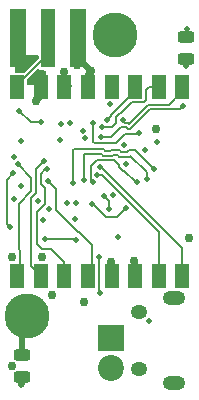
<source format=gbr>
%TF.GenerationSoftware,KiCad,Pcbnew,8.0.0*%
%TF.CreationDate,2025-01-24T21:55:31-08:00*%
%TF.ProjectId,Hope,486f7065-2e6b-4696-9361-645f70636258,rev?*%
%TF.SameCoordinates,Original*%
%TF.FileFunction,Copper,L4,Bot*%
%TF.FilePolarity,Positive*%
%FSLAX46Y46*%
G04 Gerber Fmt 4.6, Leading zero omitted, Abs format (unit mm)*
G04 Created by KiCad (PCBNEW 8.0.0) date 2025-01-24 21:55:31*
%MOMM*%
%LPD*%
G01*
G04 APERTURE LIST*
G04 Aperture macros list*
%AMRoundRect*
0 Rectangle with rounded corners*
0 $1 Rounding radius*
0 $2 $3 $4 $5 $6 $7 $8 $9 X,Y pos of 4 corners*
0 Add a 4 corners polygon primitive as box body*
4,1,4,$2,$3,$4,$5,$6,$7,$8,$9,$2,$3,0*
0 Add four circle primitives for the rounded corners*
1,1,$1+$1,$2,$3*
1,1,$1+$1,$4,$5*
1,1,$1+$1,$6,$7*
1,1,$1+$1,$8,$9*
0 Add four rect primitives between the rounded corners*
20,1,$1+$1,$2,$3,$4,$5,0*
20,1,$1+$1,$4,$5,$6,$7,0*
20,1,$1+$1,$6,$7,$8,$9,0*
20,1,$1+$1,$8,$9,$2,$3,0*%
G04 Aperture macros list end*
%TA.AperFunction,ComponentPad*%
%ADD10C,3.800000*%
%TD*%
%TA.AperFunction,ComponentPad*%
%ADD11O,1.400000X1.200000*%
%TD*%
%TA.AperFunction,ComponentPad*%
%ADD12O,1.900000X1.200000*%
%TD*%
%TA.AperFunction,ComponentPad*%
%ADD13R,2.200000X2.200000*%
%TD*%
%TA.AperFunction,ComponentPad*%
%ADD14C,2.200000*%
%TD*%
%TA.AperFunction,SMDPad,CuDef*%
%ADD15R,1.200000X2.000000*%
%TD*%
%TA.AperFunction,SMDPad,CuDef*%
%ADD16RoundRect,0.243750X-0.456250X0.243750X-0.456250X-0.243750X0.456250X-0.243750X0.456250X0.243750X0*%
%TD*%
%TA.AperFunction,SMDPad,CuDef*%
%ADD17R,1.200000X5.000000*%
%TD*%
%TA.AperFunction,SMDPad,CuDef*%
%ADD18R,1.400000X5.000000*%
%TD*%
%TA.AperFunction,ViaPad*%
%ADD19C,0.500000*%
%TD*%
%TA.AperFunction,ViaPad*%
%ADD20C,0.750000*%
%TD*%
%TA.AperFunction,Conductor*%
%ADD21C,0.500000*%
%TD*%
%TA.AperFunction,Conductor*%
%ADD22C,0.200000*%
%TD*%
%TA.AperFunction,Conductor*%
%ADD23C,0.150000*%
%TD*%
G04 APERTURE END LIST*
D10*
%TO.P,H4,1,1*%
%TO.N,GND*%
X2336800Y6908800D03*
%TD*%
D11*
%TO.P,J1,6,Shield*%
%TO.N,unconnected-(J1-Shield-Pad6)*%
X11824700Y7246000D03*
%TO.P,J1,7*%
%TO.N,N/C*%
X11824700Y2406000D03*
D12*
%TO.P,J1,8*%
X14724700Y1226000D03*
%TO.P,J1,9*%
X14724700Y8426000D03*
%TD*%
D10*
%TO.P,H3,1,1*%
%TO.N,GND*%
X9753600Y30759400D03*
%TD*%
D13*
%TO.P,J4,1,Pin_1*%
%TO.N,/Power/BATT POSTSW*%
X9448800Y5080000D03*
D14*
%TO.P,J4,2,Pin_2*%
%TO.N,GND*%
X9448800Y2540000D03*
%TD*%
D15*
%TO.P,R6,1,DIO2*%
%TO.N,/MCU/DIO2*%
X15483600Y10338800D03*
%TO.P,R6,2,DIO3*%
%TO.N,/MCU/DIO3*%
X13483600Y10338800D03*
%TO.P,R6,3,VCC*%
%TO.N,+3V3*%
X11483600Y10338800D03*
%TO.P,R6,4,GND*%
%TO.N,GND*%
X9483600Y10338800D03*
%TO.P,R6,5,MISO*%
%TO.N,/MCU/MISO*%
X7483600Y10338800D03*
%TO.P,R6,6,MOSI*%
%TO.N,/MCU/MOSI*%
X5483600Y10338800D03*
%TO.P,R6,7,SCK*%
%TO.N,/MCU/SCK*%
X3483600Y10338800D03*
%TO.P,R6,8,NSS*%
%TO.N,/MCU/NSS*%
X1483600Y10338800D03*
%TO.P,R6,9,ANT*%
%TO.N,Net-(AE1-A)*%
X1483600Y26338800D03*
%TO.P,R6,10,GND*%
%TO.N,GND*%
X3483600Y26338800D03*
%TO.P,R6,11,GND*%
X5483600Y26338800D03*
%TO.P,R6,12,GND*%
X7483600Y26338800D03*
%TO.P,R6,13,RST*%
%TO.N,/Radio Module/RST*%
X9483600Y26338800D03*
%TO.P,R6,14,TXCOEN*%
%TO.N,/MCU/TXCOEN*%
X11483600Y26338800D03*
%TO.P,R6,15,BUSY*%
%TO.N,/MCU/BUSY*%
X13483600Y26338800D03*
%TO.P,R6,16,DIO1*%
%TO.N,/MCU/DIO1*%
X15483600Y26338800D03*
%TD*%
D16*
%TO.P,D2,1,K*%
%TO.N,GND*%
X1930400Y3657600D03*
%TO.P,D2,2,A*%
%TO.N,Net-(D2-A)*%
X1930400Y1782600D03*
%TD*%
%TO.P,D1,1,K*%
%TO.N,Net-(D1-K)*%
X15798800Y30553900D03*
%TO.P,D1,2,A*%
%TO.N,+3V3*%
X15798800Y28678900D03*
%TD*%
D17*
%TO.P,AE1,1,A*%
%TO.N,Net-(AE1-A)*%
X4114800Y30429200D03*
D18*
%TO.P,AE1,2,Shield*%
%TO.N,GND*%
X6664800Y30429200D03*
X1564800Y30429200D03*
%TD*%
D19*
%TO.N,GND*%
X7067600Y22555200D03*
X1219200Y20421600D03*
X12629688Y6467866D03*
X13287311Y21637067D03*
D20*
X3085000Y25159179D03*
X7147600Y8128000D03*
X9398000Y11480800D03*
X5435600Y27584400D03*
D19*
X5152619Y21864622D03*
D20*
X3631798Y11913802D03*
X7721600Y27686000D03*
D19*
X6350000Y15115600D03*
X5842000Y26388000D03*
D20*
X6553200Y28194000D03*
D19*
X10670063Y19819140D03*
D20*
X1727200Y28092400D03*
D19*
X10007600Y13616400D03*
X3708400Y15087600D03*
D20*
X16002000Y13512800D03*
D19*
X1205813Y16837144D03*
D20*
X1016000Y11913802D03*
D19*
X7206084Y21975989D03*
%TO.N,+1V1*%
X6493282Y16455476D03*
X5232400Y23215600D03*
X4224963Y15998331D03*
%TO.N,+3V3*%
X15798800Y28092400D03*
D20*
X4419600Y8686800D03*
D19*
X5749166Y16491803D03*
D20*
X1039217Y2719761D03*
X13284200Y22733000D03*
D19*
X9321800Y24888798D03*
X10552781Y21419140D03*
X1778000Y17965200D03*
X12298765Y20960165D03*
D20*
X11351686Y11608280D03*
D19*
X5951135Y23309665D03*
X9603324Y17183347D03*
X1828800Y21765200D03*
X3230642Y16630358D03*
%TO.N,+BATT*%
X8534400Y8839200D03*
X8432800Y11938000D03*
%TO.N,Net-(D1-K)*%
X15849600Y31242000D03*
%TO.N,Net-(D2-A)*%
X1828800Y1117600D03*
%TO.N,/MCU/QSPI_SS*%
X8859914Y17084121D03*
X9296400Y15951200D03*
%TO.N,/MCU/RUN*%
X1676400Y24292000D03*
X3517600Y23315340D03*
%TO.N,/MCU/LEDINDICATION*%
X8626400Y22098000D03*
X15494000Y24688800D03*
%TO.N,/MCU/DIO2*%
X8477739Y19570375D03*
%TO.N,/MCU/BUSY*%
X8686800Y22961600D03*
%TO.N,/MCU/DIO3*%
X8280400Y18897600D03*
%TO.N,/MCU/SCK*%
X3746144Y20014104D03*
%TO.N,/MCU/NSS*%
X1574800Y19761200D03*
%TO.N,/MCU/MISO*%
X4134468Y18358474D03*
%TO.N,/MCU/TXCOEN*%
X9117093Y23515200D03*
%TO.N,/MCU/MOSI*%
X4001164Y19340308D03*
%TO.N,/MCU/DIO1*%
X10423932Y23504400D03*
%TO.N,/MCU/QSPI_SD2*%
X10665580Y16050380D03*
X7810482Y16405197D03*
%TO.N,/MCU/QSPI_SCLK*%
X12446000Y18504920D03*
X7167850Y18418088D03*
%TO.N,/MCU/QSPI_SD3*%
X13055600Y19354800D03*
X6251826Y18215200D03*
%TO.N,/MCU/QSPI_SDO*%
X7924800Y18237200D03*
X11633200Y18237196D03*
%TO.N,/MCU/BATT SENSE *%
X6495470Y13365046D03*
X1168400Y18999200D03*
X3810000Y13411200D03*
X863600Y14478000D03*
%TO.N,/MCU/GPS_RX*%
X11836400Y22453600D03*
X7924800Y23266400D03*
%TD*%
D21*
%TO.N,GND*%
X1615600Y28204000D02*
X1727200Y28092400D01*
X6715600Y30703300D02*
X6715600Y28356400D01*
X1615600Y30703300D02*
X1615600Y28204000D01*
X6715600Y28692000D02*
X7721600Y27686000D01*
X9483600Y10338800D02*
X9483600Y11395200D01*
X5483600Y26338800D02*
X5483600Y27536400D01*
X7483600Y26338800D02*
X7483600Y27448000D01*
X9483600Y11395200D02*
X9398000Y11480800D01*
X3483600Y25557779D02*
X3085000Y25159179D01*
X3483600Y26338800D02*
X3483600Y25557779D01*
X1930400Y3657600D02*
X1930400Y6502400D01*
X6715600Y28356400D02*
X6553200Y28194000D01*
X5483600Y27536400D02*
X5435600Y27584400D01*
X1930400Y6502400D02*
X2336800Y6908800D01*
X7483600Y27448000D02*
X7721600Y27686000D01*
X9483600Y9654200D02*
X9483600Y10338800D01*
X6715600Y30703300D02*
X6715600Y28692000D01*
D22*
%TO.N,Net-(AE1-A)*%
X4165600Y29210000D02*
X4165600Y30703300D01*
X1483600Y26338800D02*
X1483600Y26528000D01*
D23*
X1483600Y26528000D02*
X4165600Y29210000D01*
D21*
%TO.N,+3V3*%
X11483600Y10338800D02*
X11483600Y11476366D01*
X11483600Y11476366D02*
X11351686Y11608280D01*
D22*
X15798800Y28678900D02*
X15798800Y28092400D01*
%TO.N,+BATT*%
X8432800Y8940800D02*
X8534400Y8839200D01*
X8432800Y11938000D02*
X8432800Y8940800D01*
%TO.N,Net-(D1-K)*%
X15798800Y31191200D02*
X15849600Y31242000D01*
X15798800Y30553900D02*
X15798800Y31191200D01*
D21*
%TO.N,Net-(D2-A)*%
X1930400Y1782600D02*
X1930400Y1219200D01*
X1930400Y1219200D02*
X1828800Y1117600D01*
D22*
%TO.N,/MCU/QSPI_SS*%
X9296400Y16647635D02*
X8859914Y17084121D01*
X9296400Y15951200D02*
X9296400Y16647635D01*
%TO.N,/MCU/RUN*%
X2653060Y23315340D02*
X1676400Y24292000D01*
X3517600Y23315340D02*
X2653060Y23315340D01*
%TO.N,/MCU/LEDINDICATION*%
X10732086Y22904400D02*
X10248314Y22904400D01*
X11061114Y22726600D02*
X10909886Y22726600D01*
X9441914Y22098000D02*
X8626400Y22098000D01*
X12769314Y24434800D02*
X11061114Y22726600D01*
X10909886Y22726600D02*
X10732086Y22904400D01*
X15240000Y24434800D02*
X12769314Y24434800D01*
X15494000Y24688800D02*
X15240000Y24434800D01*
X10248314Y22904400D02*
X9441914Y22098000D01*
%TO.N,/MCU/DIO2*%
X8477739Y19570375D02*
X8559800Y19570375D01*
X15483600Y12646575D02*
X15483600Y10338800D01*
X8559800Y19570375D02*
X15483600Y12646575D01*
%TO.N,/MCU/BUSY*%
X11188887Y25038800D02*
X12241943Y25038800D01*
X12241943Y25038800D02*
X12383600Y25180457D01*
X9529661Y22961600D02*
X9823932Y23255871D01*
X12383600Y25180457D02*
X12383600Y26038800D01*
X12683600Y26338800D02*
X13483600Y26338800D01*
X9823932Y23752929D02*
X10175403Y24104400D01*
X12383600Y26038800D02*
X12683600Y26338800D01*
X10254487Y24104400D02*
X11188887Y25038800D01*
X10175403Y24104400D02*
X10254487Y24104400D01*
X9823932Y23255871D02*
X9823932Y23752929D01*
X8686800Y22961600D02*
X9529661Y22961600D01*
%TO.N,/MCU/DIO3*%
X13483600Y14080889D02*
X8666889Y18897600D01*
X13483600Y10338800D02*
X13483600Y14080889D01*
X8666889Y18897600D02*
X8280400Y18897600D01*
%TO.N,/MCU/SCK*%
X2680642Y16897757D02*
X3092400Y17309515D01*
X3092400Y17309515D02*
X3092400Y19360360D01*
X3092400Y19360360D02*
X3746144Y20014104D01*
X2680642Y11141758D02*
X2680642Y16897757D01*
X3483600Y10338800D02*
X2680642Y11141758D01*
%TO.N,/MCU/NSS*%
X1741000Y12446000D02*
X1741000Y10596200D01*
X1741000Y10596200D02*
X1483600Y10338800D01*
X1574800Y19761200D02*
X2692400Y18643600D01*
X1625600Y16408401D02*
X1625600Y12561400D01*
X2692400Y17475201D02*
X1625600Y16408401D01*
X2692400Y18643600D02*
X2692400Y17475201D01*
X1625600Y12561400D02*
X1741000Y12446000D01*
%TO.N,/MCU/MISO*%
X7786200Y12975929D02*
X6750929Y14011200D01*
X7786200Y10641400D02*
X7786200Y12975929D01*
X7483600Y10338800D02*
X7786200Y10641400D01*
X4811781Y15876001D02*
X4811781Y17681161D01*
X6676582Y14011200D02*
X4811781Y15876001D01*
X4811781Y17681161D02*
X4134468Y18358474D01*
X6750929Y14011200D02*
X6676582Y14011200D01*
%TO.N,/MCU/TXCOEN*%
X11483600Y25978283D02*
X11483600Y26338800D01*
X9117093Y23515200D02*
X9423932Y23822039D01*
X9423932Y23918615D02*
X11483600Y25978283D01*
X9423932Y23822039D02*
X9423932Y23918615D01*
%TO.N,/MCU/MOSI*%
X3492400Y18109030D02*
X3492400Y18951418D01*
X5588000Y10234400D02*
X5483600Y10338800D01*
X3860800Y17740630D02*
X3492400Y18109030D01*
X3860800Y16411986D02*
X3860800Y17740630D01*
X3583598Y12638802D02*
X3158400Y13064000D01*
X5483600Y11538800D02*
X4383598Y12638802D01*
X5483600Y10338800D02*
X5483600Y11538800D01*
X3158400Y15709586D02*
X3860800Y16411986D01*
X3158400Y13064000D02*
X3158400Y15709586D01*
X3881290Y19340308D02*
X4001164Y19340308D01*
X3492400Y18951418D02*
X3881290Y19340308D01*
X4383598Y12638802D02*
X3583598Y12638802D01*
%TO.N,/MCU/DIO1*%
X15483600Y25938800D02*
X14379600Y24834800D01*
X12603628Y24834800D02*
X10985500Y23216672D01*
X15483600Y26338800D02*
X15483600Y25938800D01*
X14379600Y24834800D02*
X12603628Y24834800D01*
X10623932Y23304400D02*
X10423932Y23504400D01*
X10985500Y23216672D02*
X10897771Y23304400D01*
X10897771Y23304400D02*
X10623932Y23304400D01*
%TO.N,/MCU/QSPI_SD2*%
X7928003Y16405197D02*
X9042400Y15290800D01*
X9042400Y15290800D02*
X9906000Y15290800D01*
X7810482Y16405197D02*
X7928003Y16405197D01*
X9906000Y15290800D02*
X10665580Y16050380D01*
%TO.N,/MCU/QSPI_SCLK*%
X7167850Y18418088D02*
X7167850Y20619750D01*
X12446000Y19121455D02*
X12446000Y18504920D01*
X9602371Y20561400D02*
X9996306Y20561400D01*
X10138567Y20419140D02*
X10966996Y20419140D01*
X9996306Y20561400D02*
X10138567Y20419140D01*
X8678078Y20619750D02*
X8787229Y20510600D01*
X11057655Y20509800D02*
X12446000Y19121455D01*
X9551572Y20510600D02*
X9602371Y20561400D01*
X8787229Y20510600D02*
X9551572Y20510600D01*
X7167850Y20619750D02*
X8678078Y20619750D01*
X10966996Y20419140D02*
X11057655Y20509800D01*
%TO.N,/MCU/QSPI_SD3*%
X6272915Y21048863D02*
X8814651Y21048863D01*
X10801310Y20819140D02*
X10943570Y20961400D01*
X10943570Y20961400D02*
X11449000Y20961400D01*
X10304252Y20819140D02*
X10801310Y20819140D01*
X8952914Y20910600D02*
X9385886Y20910600D01*
X8814651Y21048863D02*
X8952914Y20910600D01*
X10161992Y20961400D02*
X10304252Y20819140D01*
X6251826Y18215200D02*
X6251826Y21027774D01*
X9385886Y20910600D02*
X9436686Y20961400D01*
X9436686Y20961400D02*
X10161992Y20961400D01*
X11449000Y20961400D02*
X13055600Y19354800D01*
X6251826Y18215200D02*
X6251826Y18510444D01*
%TO.N,/MCU/QSPI_SDO*%
X7721600Y19662765D02*
X8229210Y20170375D01*
X9335094Y20110597D02*
X9650623Y20110600D01*
X11524027Y18237196D02*
X11633200Y18237196D01*
X7924800Y18237200D02*
X7721600Y18440400D01*
X8621546Y20110600D02*
X9335091Y20110600D01*
X10421534Y19219140D02*
X10542083Y19219140D01*
X8229210Y20170375D02*
X8561770Y20170375D01*
X10070063Y19691160D02*
X10070063Y19570611D01*
X9335091Y20110600D02*
X9335094Y20110597D01*
X9650623Y20110600D02*
X10070063Y19691160D01*
X10070063Y19570611D02*
X10421534Y19219140D01*
X10542083Y19219140D02*
X11524027Y18237196D01*
X7721600Y18440400D02*
X7721600Y19662765D01*
X8561770Y20170375D02*
X8621546Y20110600D01*
%TO.N,/MCU/BATT SENSE *%
X605813Y18436613D02*
X605813Y14735787D01*
X605813Y14735787D02*
X863600Y14478000D01*
X3810000Y13411200D02*
X6449316Y13411200D01*
X6449316Y13411200D02*
X6495470Y13365046D01*
X1168400Y18999200D02*
X605813Y18436613D01*
%TO.N,/MCU/GPS_RX*%
X8043000Y21548000D02*
X9833111Y21548000D01*
X10611711Y22326600D02*
X11709400Y22326600D01*
X7950200Y21640800D02*
X8043000Y21548000D01*
X7924800Y21666200D02*
X7950200Y21640800D01*
X7924800Y23266400D02*
X7924800Y21666200D01*
X11709400Y22326600D02*
X11836400Y22453600D01*
X9833111Y21548000D02*
X10611711Y22326600D01*
%TD*%
%TA.AperFunction,Conductor*%
%TO.N,GND*%
G36*
X3298137Y27850410D02*
G01*
X3354071Y27808538D01*
X3357907Y27803118D01*
X3370248Y27784648D01*
X3436569Y27740333D01*
X3436570Y27740332D01*
X3495047Y27728701D01*
X3495050Y27728700D01*
X3787600Y27728700D01*
X3854639Y27709015D01*
X3900394Y27656211D01*
X3911600Y27604700D01*
X3911600Y26590800D01*
X3891915Y26523761D01*
X3839111Y26478006D01*
X3787600Y26466800D01*
X2408100Y26466800D01*
X2341061Y26486485D01*
X2295306Y26539289D01*
X2284100Y26590800D01*
X2284100Y26887523D01*
X2303785Y26954562D01*
X2320419Y26975204D01*
X2703763Y27358548D01*
X3167125Y27821911D01*
X3228446Y27855394D01*
X3298137Y27850410D01*
G37*
%TD.AperFunction*%
%TA.AperFunction,Conductor*%
G36*
X3257339Y28987115D02*
G01*
X3303094Y28934311D01*
X3314300Y28882800D01*
X3314300Y28799678D01*
X3294615Y28732639D01*
X3277981Y28711997D01*
X2141603Y27575619D01*
X2080280Y27542134D01*
X2053922Y27539300D01*
X1394000Y27539300D01*
X1326961Y27558985D01*
X1281206Y27611789D01*
X1270000Y27663300D01*
X1270000Y28882800D01*
X1289685Y28949839D01*
X1342489Y28995594D01*
X1394000Y29006800D01*
X3190300Y29006800D01*
X3257339Y28987115D01*
G37*
%TD.AperFunction*%
%TD*%
M02*

</source>
